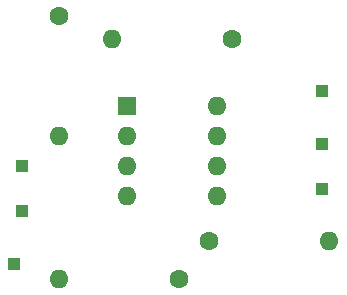
<source format=gbr>
G04 #@! TF.FileFunction,Copper,L1,Top,Signal*
%FSLAX46Y46*%
G04 Gerber Fmt 4.6, Leading zero omitted, Abs format (unit mm)*
G04 Created by KiCad (PCBNEW 4.0.7) date 02/07/19 19:23:19*
%MOMM*%
%LPD*%
G01*
G04 APERTURE LIST*
%ADD10C,0.100000*%
%ADD11R,1.000000X1.000000*%
%ADD12C,1.600000*%
%ADD13O,1.600000X1.600000*%
%ADD14R,1.600000X1.600000*%
G04 APERTURE END LIST*
D10*
D11*
X163830000Y-82550000D03*
X138430000Y-92710000D03*
X137795000Y-97155000D03*
X163830000Y-86995000D03*
D12*
X154305000Y-95250000D03*
D13*
X164465000Y-95250000D03*
D12*
X141605000Y-76200000D03*
D13*
X141605000Y-86360000D03*
D12*
X151765000Y-98425000D03*
D13*
X141605000Y-98425000D03*
D12*
X156210000Y-78105000D03*
D13*
X146050000Y-78105000D03*
D14*
X147320000Y-83820000D03*
D13*
X154940000Y-91440000D03*
X147320000Y-86360000D03*
X154940000Y-88900000D03*
X147320000Y-88900000D03*
X154940000Y-86360000D03*
X147320000Y-91440000D03*
X154940000Y-83820000D03*
D11*
X163830000Y-90805000D03*
X138430000Y-88900000D03*
M02*

</source>
